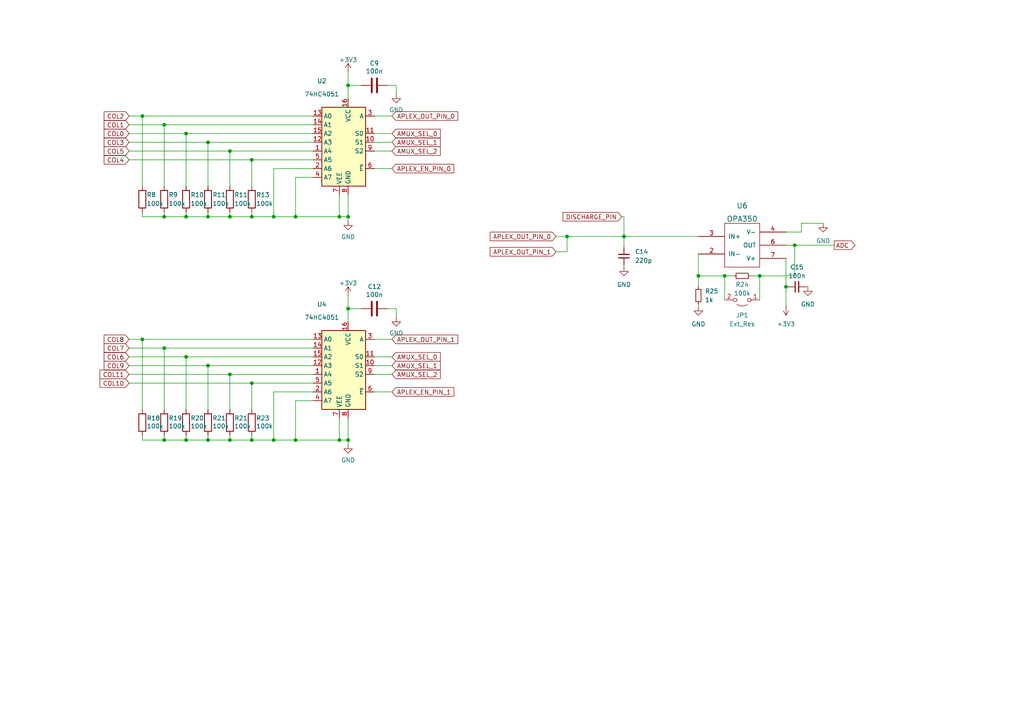
<source format=kicad_sch>
(kicad_sch (version 20230121) (generator eeschema)
  (paper "A4")
  (lib_symbols
    (symbol "74xx:74HC4051"
      (property "Reference" "U" (at -5.08 11.43 0))
      (property "Value" "74HC4051" (at -7.62 -13.97 0))
      (symbol "74HC4051_0_1"
        (rectangle (start -5.08 10.16) (end 7.62 -12.7) (stroke (width 0.254)) (fill (type background)))
      )
      (symbol "74HC4051_1_1"
        (pin passive line (at 10.16 -2.54 180) (length 2.54) (name "A4") (number "1"))
        (pin input line (at -7.62 0 0) (length 2.54) (name "S1") (number "10"))
        (pin input line (at -7.62 2.54 0) (length 2.54) (name "S0") (number "11"))
        (pin passive line (at 10.16 0 180) (length 2.54) (name "A3") (number "12"))
        (pin passive line (at 10.16 7.62 180) (length 2.54) (name "A0") (number "13"))
        (pin passive line (at 10.16 5.08 180) (length 2.54) (name "A1") (number "14"))
        (pin passive line (at 10.16 2.54 180) (length 2.54) (name "A2") (number "15"))
        (pin power_in line (at 0 12.7 270) (length 2.54) (name "VCC") (number "16"))
        (pin passive line (at 10.16 -7.62 180) (length 2.54) (name "A6") (number "2"))
        (pin passive line (at -7.62 7.62 0) (length 2.54) (name "A") (number "3"))
        (pin passive line (at 10.16 -10.16 180) (length 2.54) (name "A7") (number "4"))
        (pin passive line (at 10.16 -5.08 180) (length 2.54) (name "A5") (number "5"))
        (pin input line (at -7.62 -7.62 0) (length 2.54) (name "~{E}") (number "6"))
        (pin power_in line (at 2.54 -15.24 90) (length 2.54) (name "VEE") (number "7"))
        (pin power_in line (at 0 -15.24 90) (length 2.54) (name "GND") (number "8"))
        (pin input line (at -7.62 -2.54 0) (length 2.54) (name "S2") (number "9"))
      )
    )
    (symbol "Device:C" (pin_numbers hide) (pin_names (offset 0.254))
      (property "Reference" "C" (at 0.635 2.54 0))
      (property "Value" "C" (at 0.635 -2.54 0))
      (symbol "C_0_1"
        (polyline (pts (xy -2.032 -0.762) (xy 2.032 -0.762)) (stroke (width 0.508)))
        (polyline (pts (xy -2.032 0.762) (xy 2.032 0.762)) (stroke (width 0.508)))
      )
      (symbol "C_1_1"
        (pin passive line (at 0 3.81 270) (length 2.794) (name "~") (number "1"))
        (pin passive line (at 0 -3.81 90) (length 2.794) (name "~") (number "2"))
      )
    )
    (symbol "Device:C_Small" (pin_numbers hide) (pin_names (offset 0.254) hide)
      (property "Reference" "C" (at 0.254 1.778 0))
      (property "Value" "C_Small" (at 0.254 -2.032 0))
      (symbol "C_Small_0_1"
        (polyline (pts (xy -1.524 -0.508) (xy 1.524 -0.508)) (stroke (width 0.3302)))
        (polyline (pts (xy -1.524 0.508) (xy 1.524 0.508)) (stroke (width 0.3048)))
      )
      (symbol "C_Small_1_1"
        (pin passive line (at 0 2.54 270) (length 2.032) (name "~") (number "1"))
        (pin passive line (at 0 -2.54 90) (length 2.032) (name "~") (number "2"))
      )
    )
    (symbol "Device:R" (pin_numbers hide) (pin_names (offset 0))
      (property "Reference" "R" (at 2.032 0 90))
      (property "Value" "R" (at 0 0 90))
      (symbol "R_0_1"
        (rectangle (start -1.016 -2.54) (end 1.016 2.54) (stroke (width 0.254)))
      )
      (symbol "R_1_1"
        (pin passive line (at 0 3.81 270) (length 1.27) (name "~") (number "1"))
        (pin passive line (at 0 -3.81 90) (length 1.27) (name "~") (number "2"))
      )
    )
    (symbol "Device:R_Small" (pin_numbers hide) (pin_names (offset 0.254) hide)
      (property "Reference" "R" (at 0.762 0.508 0))
      (property "Value" "R_Small" (at 0.762 -1.016 0))
      (symbol "R_Small_0_1"
        (rectangle (start -0.762 1.778) (end 0.762 -1.778) (stroke (width 0.2032)))
      )
      (symbol "R_Small_1_1"
        (pin passive line (at 0 2.54 270) (length 0.762) (name "~") (number "1"))
        (pin passive line (at 0 -2.54 90) (length 0.762) (name "~") (number "2"))
      )
    )
    (symbol "Jumper:Jumper_2_Open" (pin_names (offset 0) hide)
      (property "Reference" "JP" (at 0 2.794 0))
      (property "Value" "Jumper_2_Open" (at 0 -2.286 0))
      (symbol "Jumper_2_Open_0_0"
        (circle (center -2.032 0) (radius 0.508))
        (circle (center 2.032 0) (radius 0.508))
      )
      (symbol "Jumper_2_Open_0_1"
        (arc (start 1.524 1.27) (mid 0 1.778) (end -1.524 1.27))
      )
      (symbol "Jumper_2_Open_1_1"
        (pin passive line (at -5.08 0 0) (length 2.54) (name "A") (number "1"))
        (pin passive line (at 5.08 0 180) (length 2.54) (name "B") (number "2"))
      )
    )
    (symbol "cipulot_parts:OPA350" (pin_names (offset 1.016))
      (property "Reference" "U" (at 8.89 -7.62 0))
      (property "Value" "OPA350" (at 5.08 7.62 0))
      (symbol "OPA350_0_1"
        (rectangle (start 0 -6.35) (end 10.16 6.35))
        (pin input line (at -7.62 2.54 0) (length 7.62) (name "IN-") (number "2"))
        (pin input line (at -7.62 -2.54 0) (length 7.62) (name "IN+") (number "3"))
        (pin input line (at 17.78 -3.81 180) (length 7.62) (name "V-") (number "4"))
        (pin input line (at 17.78 0 180) (length 7.62) (name "OUT") (number "6"))
        (pin input line (at 17.78 3.81 180) (length 7.62) (name "V+") (number "7"))
      )
    )
    (symbol "power:+3.3V" (power) (pin_names (offset 0))
      (property "Value" "+3.3V" (at 0 3.556 0))
      (symbol "+3.3V_0_1"
        (polyline (pts (xy -0.762 1.27) (xy 0 2.54)))
        (polyline (pts (xy 0 0) (xy 0 2.54)))
        (polyline (pts (xy 0 2.54) (xy 0.762 1.27)))
      )
      (symbol "+3.3V_1_1"
        (pin power_in line (at 0 0 90) (length 0) hide (name "+3V3") (number "1"))
      )
    )
    (symbol "power:+3V3" (power) (pin_names (offset 0))
      (property "Value" "+3V3" (at 0 3.556 0))
      (symbol "+3V3_0_1"
        (polyline (pts (xy -0.762 1.27) (xy 0 2.54)))
        (polyline (pts (xy 0 0) (xy 0 2.54)))
        (polyline (pts (xy 0 2.54) (xy 0.762 1.27)))
      )
      (symbol "+3V3_1_1"
        (pin power_in line (at 0 0 90) (length 0) hide (name "+3V3") (number "1"))
      )
    )
    (symbol "power:GND" (power) (pin_names (offset 0))
      (property "Value" "GND" (at 0 -3.81 0))
      (symbol "GND_0_1"
        (polyline (pts (xy 0 0) (xy 0 -1.27) (xy 1.27 -1.27) (xy 0 -2.54) (xy -1.27 -1.27) (xy 0 -1.27)))
      )
      (symbol "GND_1_1"
        (pin power_in line (at 0 0 270) (length 0) hide (name "GND") (number "1"))
      )
    )
  )
  (junction (at 73.025 62.865))
  (junction (at 60.325 127.635))
  (junction (at 73.025 127.635))
  (junction (at 47.625 100.965))
  (junction (at 227.965 83.185))
  (junction (at 66.675 62.865))
  (junction (at 53.975 62.865))
  (junction (at 53.975 127.635))
  (junction (at 66.675 108.585))
  (junction (at 41.275 98.425))
  (junction (at 53.975 38.735))
  (junction (at 60.325 41.275))
  (junction (at 47.625 36.195))
  (junction (at 66.675 43.815))
  (junction (at 85.725 62.865))
  (junction (at 41.275 33.655))
  (junction (at 202.565 80.01))
  (junction (at 53.975 103.505))
  (junction (at 100.965 89.535))
  (junction (at 60.325 106.045))
  (junction (at 220.345 80.01))
  (junction (at 73.025 111.125))
  (junction (at 98.425 62.865))
  (junction (at 60.325 62.865))
  (junction (at 79.375 127.635))
  (junction (at 73.025 46.355))
  (junction (at 230.505 71.12))
  (junction (at 180.975 68.58))
  (junction (at 100.965 24.765))
  (junction (at 66.675 127.635))
  (junction (at 98.425 127.635))
  (junction (at 164.465 68.58))
  (junction (at 47.625 62.865))
  (junction (at 79.375 62.865))
  (junction (at 100.965 127.635))
  (junction (at 210.185 80.01))
  (junction (at 85.725 127.635))
  (junction (at 47.625 127.635))
  (junction (at 100.965 62.865))
  (wire (pts (xy 73.025 127.635) (xy 79.375 127.635)))
  (wire (pts (xy 53.975 127.635) (xy 60.325 127.635)))
  (wire (pts (xy 41.275 61.595) (xy 41.275 62.865)))
  (wire (pts (xy 228.6 83.185) (xy 227.965 83.185)))
  (wire (pts (xy 238.76 64.77) (xy 232.41 64.77)))
  (wire (pts (xy 73.025 111.125) (xy 37.465 111.125)))
  (wire (pts (xy 73.025 126.365) (xy 73.025 127.635)))
  (wire (pts (xy 41.275 127.635) (xy 47.625 127.635)))
  (wire (pts (xy 100.965 85.725) (xy 100.965 89.535)))
  (wire (pts (xy 202.565 80.01) (xy 202.565 83.185)))
  (wire (pts (xy 217.805 80.01) (xy 220.345 80.01)))
  (wire (pts (xy 37.465 43.815) (xy 66.675 43.815)))
  (wire (pts (xy 53.975 62.865) (xy 60.325 62.865)))
  (wire (pts (xy 66.675 43.815) (xy 66.675 53.975)))
  (wire (pts (xy 79.375 127.635) (xy 85.725 127.635)))
  (wire (pts (xy 90.805 111.125) (xy 73.025 111.125)))
  (wire (pts (xy 60.325 106.045) (xy 37.465 106.045)))
  (wire (pts (xy 79.375 113.665) (xy 90.805 113.665)))
  (wire (pts (xy 113.665 48.895) (xy 108.585 48.895)))
  (wire (pts (xy 41.275 53.975) (xy 41.275 33.655)))
  (wire (pts (xy 79.375 48.895) (xy 79.375 62.865)))
  (wire (pts (xy 108.585 43.815) (xy 113.665 43.815)))
  (wire (pts (xy 47.625 36.195) (xy 37.465 36.195)))
  (wire (pts (xy 112.395 89.535) (xy 114.935 89.535)))
  (wire (pts (xy 66.675 127.635) (xy 73.025 127.635)))
  (wire (pts (xy 79.375 48.895) (xy 90.805 48.895)))
  (wire (pts (xy 100.965 121.285) (xy 100.965 127.635)))
  (wire (pts (xy 90.805 108.585) (xy 66.675 108.585)))
  (wire (pts (xy 41.275 33.655) (xy 90.805 33.655)))
  (wire (pts (xy 60.325 127.635) (xy 66.675 127.635)))
  (wire (pts (xy 98.425 56.515) (xy 98.425 62.865)))
  (wire (pts (xy 100.965 128.905) (xy 100.965 127.635)))
  (wire (pts (xy 108.585 103.505) (xy 113.665 103.505)))
  (wire (pts (xy 100.965 24.765) (xy 100.965 28.575)))
  (wire (pts (xy 53.975 61.595) (xy 53.975 62.865)))
  (wire (pts (xy 114.935 89.535) (xy 114.935 92.075)))
  (wire (pts (xy 66.675 108.585) (xy 66.675 118.745)))
  (wire (pts (xy 90.805 36.195) (xy 47.625 36.195)))
  (wire (pts (xy 90.805 116.205) (xy 85.725 116.205)))
  (wire (pts (xy 53.975 118.745) (xy 53.975 103.505)))
  (wire (pts (xy 112.395 24.765) (xy 114.935 24.765)))
  (wire (pts (xy 104.775 24.765) (xy 100.965 24.765)))
  (wire (pts (xy 100.965 89.535) (xy 100.965 93.345)))
  (wire (pts (xy 53.975 126.365) (xy 53.975 127.635)))
  (wire (pts (xy 85.725 116.205) (xy 85.725 127.635)))
  (wire (pts (xy 108.585 41.275) (xy 113.665 41.275)))
  (wire (pts (xy 66.675 126.365) (xy 66.675 127.635)))
  (wire (pts (xy 37.465 108.585) (xy 66.675 108.585)))
  (wire (pts (xy 113.665 98.425) (xy 108.585 98.425)))
  (wire (pts (xy 104.775 89.535) (xy 100.965 89.535)))
  (wire (pts (xy 73.025 62.865) (xy 79.375 62.865)))
  (wire (pts (xy 210.185 80.01) (xy 210.185 86.995)))
  (wire (pts (xy 79.375 62.865) (xy 85.725 62.865)))
  (wire (pts (xy 60.325 41.275) (xy 37.465 41.275)))
  (wire (pts (xy 227.965 71.12) (xy 230.505 71.12)))
  (wire (pts (xy 90.805 38.735) (xy 53.975 38.735)))
  (wire (pts (xy 79.375 113.665) (xy 79.375 127.635)))
  (wire (pts (xy 90.805 41.275) (xy 60.325 41.275)))
  (wire (pts (xy 66.675 62.865) (xy 73.025 62.865)))
  (wire (pts (xy 85.725 62.865) (xy 98.425 62.865)))
  (wire (pts (xy 180.975 71.755) (xy 180.975 68.58)))
  (wire (pts (xy 90.805 100.965) (xy 47.625 100.965)))
  (wire (pts (xy 90.805 103.505) (xy 53.975 103.505)))
  (wire (pts (xy 73.025 53.975) (xy 73.025 46.355)))
  (wire (pts (xy 227.965 83.185) (xy 227.965 88.9)))
  (wire (pts (xy 90.805 43.815) (xy 66.675 43.815)))
  (wire (pts (xy 230.505 80.01) (xy 220.345 80.01)))
  (wire (pts (xy 90.805 106.045) (xy 60.325 106.045)))
  (wire (pts (xy 108.585 38.735) (xy 113.665 38.735)))
  (wire (pts (xy 164.465 68.58) (xy 180.975 68.58)))
  (wire (pts (xy 220.345 80.01) (xy 220.345 86.995)))
  (wire (pts (xy 41.275 126.365) (xy 41.275 127.635)))
  (wire (pts (xy 41.275 98.425) (xy 90.805 98.425)))
  (wire (pts (xy 47.625 100.965) (xy 37.465 100.965)))
  (wire (pts (xy 98.425 121.285) (xy 98.425 127.635)))
  (wire (pts (xy 233.68 83.185) (xy 234.315 83.185)))
  (wire (pts (xy 232.41 67.31) (xy 232.41 64.77)))
  (wire (pts (xy 47.625 62.865) (xy 53.975 62.865)))
  (wire (pts (xy 100.965 56.515) (xy 100.965 62.865)))
  (wire (pts (xy 180.975 68.58) (xy 202.565 68.58)))
  (wire (pts (xy 60.325 126.365) (xy 60.325 127.635)))
  (wire (pts (xy 85.725 127.635) (xy 98.425 127.635)))
  (wire (pts (xy 100.965 20.955) (xy 100.965 24.765)))
  (wire (pts (xy 227.965 67.31) (xy 232.41 67.31)))
  (wire (pts (xy 202.565 73.66) (xy 202.565 80.01)))
  (wire (pts (xy 37.465 33.655) (xy 41.275 33.655)))
  (wire (pts (xy 41.275 62.865) (xy 47.625 62.865)))
  (wire (pts (xy 180.34 62.865) (xy 180.975 62.865)))
  (wire (pts (xy 73.025 46.355) (xy 37.465 46.355)))
  (wire (pts (xy 230.505 71.12) (xy 241.935 71.12)))
  (wire (pts (xy 230.505 71.12) (xy 230.505 80.01)))
  (wire (pts (xy 114.935 24.765) (xy 114.935 27.305)))
  (wire (pts (xy 108.585 108.585) (xy 113.665 108.585)))
  (wire (pts (xy 108.585 106.045) (xy 113.665 106.045)))
  (wire (pts (xy 41.275 118.745) (xy 41.275 98.425)))
  (wire (pts (xy 47.625 127.635) (xy 53.975 127.635)))
  (wire (pts (xy 90.805 46.355) (xy 73.025 46.355)))
  (wire (pts (xy 98.425 62.865) (xy 100.965 62.865)))
  (wire (pts (xy 164.465 73.025) (xy 164.465 68.58)))
  (wire (pts (xy 47.625 126.365) (xy 47.625 127.635)))
  (wire (pts (xy 37.465 98.425) (xy 41.275 98.425)))
  (wire (pts (xy 90.805 51.435) (xy 85.725 51.435)))
  (wire (pts (xy 47.625 53.975) (xy 47.625 36.195)))
  (wire (pts (xy 53.975 103.505) (xy 37.465 103.505)))
  (wire (pts (xy 60.325 41.275) (xy 60.325 53.975)))
  (wire (pts (xy 210.185 80.01) (xy 212.725 80.01)))
  (wire (pts (xy 180.975 62.865) (xy 180.975 68.58)))
  (wire (pts (xy 60.325 62.865) (xy 66.675 62.865)))
  (wire (pts (xy 161.29 73.025) (xy 164.465 73.025)))
  (wire (pts (xy 60.325 106.045) (xy 60.325 118.745)))
  (wire (pts (xy 100.965 64.135) (xy 100.965 62.865)))
  (wire (pts (xy 73.025 118.745) (xy 73.025 111.125)))
  (wire (pts (xy 66.675 61.595) (xy 66.675 62.865)))
  (wire (pts (xy 210.185 80.01) (xy 202.565 80.01)))
  (wire (pts (xy 47.625 118.745) (xy 47.625 100.965)))
  (wire (pts (xy 227.965 74.93) (xy 227.965 83.185)))
  (wire (pts (xy 73.025 61.595) (xy 73.025 62.865)))
  (wire (pts (xy 47.625 61.595) (xy 47.625 62.865)))
  (wire (pts (xy 113.665 33.655) (xy 108.585 33.655)))
  (wire (pts (xy 85.725 51.435) (xy 85.725 62.865)))
  (wire (pts (xy 53.975 53.975) (xy 53.975 38.735)))
  (wire (pts (xy 53.975 38.735) (xy 37.465 38.735)))
  (wire (pts (xy 202.565 88.265) (xy 202.565 88.9)))
  (wire (pts (xy 98.425 127.635) (xy 100.965 127.635)))
  (wire (pts (xy 161.29 68.58) (xy 164.465 68.58)))
  (wire (pts (xy 113.665 113.665) (xy 108.585 113.665)))
  (wire (pts (xy 60.325 61.595) (xy 60.325 62.865)))
  (wire (pts (xy 180.975 76.835) (xy 180.975 77.47)))
  (global_label "DISCHARGE_PIN" (shape input) (at 180.34 62.865 180) (property "Intersheetrefs" "${INTERSHEET_REFS}" (effects hide)))
  (global_label "AMUX_SEL_0" (shape input) (at 113.665 38.735 0) (property "Intersheetrefs" "${INTERSHEET_REFS}" (effects hide)))
  (global_label "COL1" (shape input) (at 37.465 36.195 180) (property "Intersheetrefs" "${INTERSHEET_REFS}" (effects hide)))
  (global_label "COL10" (shape input) (at 37.465 111.125 180) (property "Intersheetrefs" "${INTERSHEET_REFS}" (effects hide)))
  (global_label "AMUX_SEL_1" (shape input) (at 113.665 41.275 0) (property "Intersheetrefs" "${INTERSHEET_REFS}" (effects hide)))
  (global_label "COL7" (shape input) (at 37.465 100.965 180) (property "Intersheetrefs" "${INTERSHEET_REFS}" (effects hide)))
  (global_label "AMUX_SEL_2" (shape input) (at 113.665 108.585 0) (property "Intersheetrefs" "${INTERSHEET_REFS}" (effects hide)))
  (global_label "APLEX_EN_PIN_1" (shape input) (at 113.665 113.665 0) (property "Intersheetrefs" "${INTERSHEET_REFS}" (effects hide)))
  (global_label "COL8" (shape input) (at 37.465 98.425 180) (property "Intersheetrefs" "${INTERSHEET_REFS}" (effects hide)))
  (global_label "COL3" (shape input) (at 37.465 41.275 180) (property "Intersheetrefs" "${INTERSHEET_REFS}" (effects hide)))
  (global_label "COL4" (shape input) (at 37.465 46.355 180) (property "Intersheetrefs" "${INTERSHEET_REFS}" (effects hide)))
  (global_label "APLEX_OUT_PIN_0" (shape input) (at 113.665 33.655 0) (property "Intersheetrefs" "${INTERSHEET_REFS}" (effects hide)))
  (global_label "COL2" (shape input) (at 37.465 33.655 180) (property "Intersheetrefs" "${INTERSHEET_REFS}" (effects hide)))
  (global_label "COL11" (shape input) (at 37.465 108.585 180) (property "Intersheetrefs" "${INTERSHEET_REFS}" (effects hide)))
  (global_label "COL6" (shape input) (at 37.465 103.505 180) (property "Intersheetrefs" "${INTERSHEET_REFS}" (effects hide)))
  (global_label "APLEX_EN_PIN_0" (shape input) (at 113.665 48.895 0) (property "Intersheetrefs" "${INTERSHEET_REFS}" (effects hide)))
  (global_label "COL9" (shape input) (at 37.465 106.045 180) (property "Intersheetrefs" "${INTERSHEET_REFS}" (effects hide)))
  (global_label "COL5" (shape input) (at 37.465 43.815 180) (property "Intersheetrefs" "${INTERSHEET_REFS}" (effects hide)))
  (global_label "AMUX_SEL_0" (shape input) (at 113.665 103.505 0) (property "Intersheetrefs" "${INTERSHEET_REFS}" (effects hide)))
  (global_label "ADC" (shape output) (at 241.935 71.12 0) (property "Intersheetrefs" "${INTERSHEET_REFS}" (effects hide)))
  (global_label "APLEX_OUT_PIN_1" (shape input) (at 161.29 73.025 180) (property "Intersheetrefs" "${INTERSHEET_REFS}" (effects hide)))
  (global_label "AMUX_SEL_1" (shape input) (at 113.665 106.045 0) (property "Intersheetrefs" "${INTERSHEET_REFS}" (effects hide)))
  (global_label "APLEX_OUT_PIN_0" (shape input) (at 161.29 68.58 180) (property "Intersheetrefs" "${INTERSHEET_REFS}" (effects hide)))
  (global_label "AMUX_SEL_2" (shape input) (at 113.665 43.815 0) (property "Intersheetrefs" "${INTERSHEET_REFS}" (effects hide)))
  (global_label "COL0" (shape input) (at 37.465 38.735 180) (property "Intersheetrefs" "${INTERSHEET_REFS}" (effects hide)))
  (global_label "APLEX_OUT_PIN_1" (shape input) (at 113.665 98.425 0) (property "Intersheetrefs" "${INTERSHEET_REFS}" (effects hide)))
  (symbol (lib_id "power:GND") (at 202.565 88.9 0) (unit 1)
    (property "Reference" "#PWR046" (effects hide))
    (property "Value" "GND" (at 202.565 93.98 0))
    (instances (project "oceanographer EC" (path "" (reference "#PWR046") (unit 1))) (project "Analog" (path "" (reference "#PWR0141") (unit 1))) (project "travaulta" (path "" (reference "#PWR0141") (unit 1))))
  )
  (symbol (lib_id "Device:R") (at 66.675 122.555 0) (unit 1)
    (property "Reference" "R21" (at 67.945 121.285 0) (effects (justify left)))
    (property "Value" "100k" (at 67.945 123.5964 0) (effects (justify left)))
    (property "Footprint" "Resistor_SMD:R_0402_1005Metric" (effects hide))
    (property "LCSC" "C25741" (effects hide))
    (instances (project "analog" (path "" (reference "R21") (unit 1))) (project "oceanographer EC" (path "" (reference "R26") (unit 1))) (project "analog" (path "" (reference "R21") (unit 1))) (project "pandemonium EC 2 Layer" (path "" (reference "R27") (unit 1))))
  )
  (symbol (lib_id "power:GND") (at 114.935 27.305 0) (unit 1)
    (property "Reference" "#PWR034" (effects hide))
    (property "Value" "GND" (at 114.935 31.8675 0))
    (instances (project "analog" (path "" (reference "#PWR034") (unit 1))) (project "oceanographer EC" (path "" (reference "#PWR034") (unit 1))) (project "analog" (path "" (reference "#PWR034") (unit 1))) (project "pandemonium EC 2 Layer" (path "" (reference "#PWR039") (unit 1))))
  )
  (symbol (lib_id "power:+3.3V") (at 100.965 85.725 0) (unit 1)
    (property "Reference" "#PWR038" (effects hide))
    (property "Value" "+3.3V" (at 100.965 82.1205 0))
    (instances (project "analog" (path "" (reference "#PWR038") (unit 1))) (project "oceanographer EC" (path "" (reference "#PWR040") (unit 1))) (project "analog" (path "" (reference "#PWR038") (unit 1))) (project "pandemonium EC 2 Layer" (path "" (reference "#PWR041") (unit 1))))
  )
  (symbol (lib_id "Device:R") (at 66.675 57.785 0) (unit 1)
    (property "Reference" "R11" (at 67.945 56.515 0) (effects (justify left)))
    (property "Value" "100k" (at 67.945 59.055 0) (effects (justify left)))
    (property "Footprint" "Resistor_SMD:R_0402_1005Metric" (effects hide))
    (property "LCSC" "C25741" (effects hide))
    (instances (project "analog" (path "" (reference "R11") (unit 1))) (project "oceanographer EC" (path "" (reference "R18") (unit 1))) (project "analog" (path "" (reference "R11") (unit 1))) (project "pandemonium EC 2 Layer" (path "" (reference "R19") (unit 1))))
  )
  (symbol (lib_id "Device:R") (at 60.325 57.785 0) (unit 1)
    (property "Reference" "R11" (at 61.595 56.515 0) (effects (justify left)))
    (property "Value" "100k" (at 61.595 59.055 0) (effects (justify left)))
    (property "Footprint" "Resistor_SMD:R_0402_1005Metric" (effects hide))
    (property "LCSC" "C25741" (effects hide))
    (instances (project "analog" (path "" (reference "R11") (unit 1))) (project "oceanographer EC" (path "" (reference "R14") (unit 1))) (project "analog" (path "" (reference "R11") (unit 1))) (project "pandemonium EC 2 Layer" (path "" (reference "R19") (unit 1))))
  )
  (symbol (lib_id "power:+3V3") (at 227.965 88.9 180) (unit 1)
    (property "Reference" "#PWR047" (effects hide))
    (property "Value" "+3V3" (at 227.965 93.98 0))
    (instances (project "oceanographer EC" (path "" (reference "#PWR047") (unit 1))) (project "Analog" (path "" (reference "#PWR0143") (unit 1))) (project "travaulta" (path "" (reference "#PWR0143") (unit 1))))
  )
  (symbol (lib_id "power:GND") (at 238.76 64.77 0) (unit 1)
    (property "Reference" "#PWR043" (effects hide))
    (property "Value" "GND" (at 238.76 69.85 0))
    (instances (project "oceanographer EC" (path "" (reference "#PWR043") (unit 1))) (project "Analog" (path "" (reference "#PWR0140") (unit 1))) (project "travaulta" (path "" (reference "#PWR0140") (unit 1))))
  )
  (symbol (lib_id "Device:R") (at 60.325 122.555 0) (unit 1)
    (property "Reference" "R21" (at 61.595 121.285 0) (effects (justify left)))
    (property "Value" "100k" (at 61.595 123.5964 0) (effects (justify left)))
    (property "Footprint" "Resistor_SMD:R_0402_1005Metric" (effects hide))
    (property "LCSC" "C25741" (effects hide))
    (instances (project "analog" (path "" (reference "R21") (unit 1))) (project "oceanographer EC" (path "" (reference "R22") (unit 1))) (project "analog" (path "" (reference "R21") (unit 1))) (project "pandemonium EC 2 Layer" (path "" (reference "R27") (unit 1))))
  )
  (symbol (lib_id "power:GND") (at 100.965 64.135 0) (unit 1)
    (property "Reference" "#PWR036" (effects hide))
    (property "Value" "GND" (at 100.965 68.6975 0))
    (instances (project "analog" (path "" (reference "#PWR036") (unit 1))) (project "oceanographer EC" (path "" (reference "#PWR038") (unit 1))) (project "analog" (path "" (reference "#PWR036") (unit 1))) (project "pandemonium EC 2 Layer" (path "" (reference "#PWR040") (unit 1))))
  )
  (symbol (lib_id "power:GND") (at 180.975 77.47 0) (unit 1)
    (property "Reference" "#PWR044" (effects hide))
    (property "Value" "GND" (at 180.975 82.55 0))
    (instances (project "oceanographer EC" (path "" (reference "#PWR044") (unit 1))) (project "Analog" (path "" (reference "#PWR0148") (unit 1))) (project "travaulta" (path "" (reference "#PWR0148") (unit 1))))
  )
  (symbol (lib_id "power:+3.3V") (at 100.965 20.955 0) (unit 1)
    (property "Reference" "#PWR033" (effects hide))
    (property "Value" "+3.3V" (at 100.965 17.3505 0))
    (instances (project "analog" (path "" (reference "#PWR033") (unit 1))) (project "oceanographer EC" (path "" (reference "#PWR032") (unit 1))) (project "analog" (path "" (reference "#PWR033") (unit 1))) (project "pandemonium EC 2 Layer" (path "" (reference "#PWR038") (unit 1))))
  )
  (symbol (lib_id "74xx:74HC4051") (at 100.965 106.045 0) (mirror y) (unit 1)
    (property "Reference" "U4" (at 93.345 88.265 0))
    (property "Value" "74HC4051" (at 93.345 92.075 0))
    (property "Footprint" "cipulot_parts:TSSOP16" (effects hide))
    (property "Datasheet" "http://www.ti.com/lit/ds/symlink/cd74hc4051.pdf" (effects hide))
    (property "LCSC" "C5645" (effects hide))
    (instances (project "analog" (path "" (reference "U4") (unit 1))) (project "oceanographer EC" (path "" (reference "U5") (unit 1))) (project "analog" (path "" (reference "U4") (unit 1))) (project "pandemonium EC 2 Layer" (path "" (reference "U7") (unit 1))))
  )
  (symbol (lib_id "Device:R") (at 41.275 57.785 0) (unit 1)
    (property "Reference" "R8" (at 42.545 56.515 0) (effects (justify left)))
    (property "Value" "100k" (at 42.545 59.055 0) (effects (justify left)))
    (property "Footprint" "Resistor_SMD:R_0402_1005Metric" (effects hide))
    (property "LCSC" "C25741" (effects hide))
    (instances (project "analog" (path "" (reference "R8") (unit 1))) (project "oceanographer EC" (path "" (reference "R11") (unit 1))) (project "analog" (path "" (reference "R8") (unit 1))) (project "pandemonium EC 2 Layer" (path "" (reference "R16") (unit 1))))
  )
  (symbol (lib_id "Device:R") (at 73.025 122.555 0) (unit 1)
    (property "Reference" "R23" (at 74.295 121.285 0) (effects (justify left)))
    (property "Value" "100k" (at 74.295 123.5964 0) (effects (justify left)))
    (property "Footprint" "Resistor_SMD:R_0402_1005Metric" (effects hide))
    (property "LCSC" "C25741" (effects hide))
    (instances (project "analog" (path "" (reference "R23") (unit 1))) (project "oceanographer EC" (path "" (reference "R23") (unit 1))) (project "analog" (path "" (reference "R23") (unit 1))) (project "pandemonium EC 2 Layer" (path "" (reference "R28") (unit 1))))
  )
  (symbol (lib_id "74xx:74HC4051") (at 100.965 41.275 0) (mirror y) (unit 1)
    (property "Reference" "U2" (at 93.345 23.495 0))
    (property "Value" "74HC4051" (at 93.345 27.305 0))
    (property "Footprint" "cipulot_parts:TSSOP16" (effects hide))
    (property "Datasheet" "http://www.ti.com/lit/ds/symlink/cd74hc4051.pdf" (effects hide))
    (property "LCSC" "C5645" (effects hide))
    (instances (project "analog" (path "" (reference "U2") (unit 1))) (project "oceanographer EC" (path "" (reference "U3") (unit 1))) (project "analog" (path "" (reference "U2") (unit 1))) (project "pandemonium EC 2 Layer" (path "" (reference "U6") (unit 1))))
  )
  (symbol (lib_id "Device:R") (at 41.275 122.555 0) (unit 1)
    (property "Reference" "R18" (at 42.545 121.285 0) (effects (justify left)))
    (property "Value" "100k" (at 42.545 123.5964 0) (effects (justify left)))
    (property "Footprint" "Resistor_SMD:R_0402_1005Metric" (effects hide))
    (property "LCSC" "C25741" (effects hide))
    (instances (project "analog" (path "" (reference "R18") (unit 1))) (project "oceanographer EC" (path "" (reference "R19") (unit 1))) (project "analog" (path "" (reference "R18") (unit 1))) (project "pandemonium EC 2 Layer" (path "" (reference "R24") (unit 1))))
  )
  (symbol (lib_id "power:GND") (at 114.935 92.075 0) (unit 1)
    (property "Reference" "#PWR040" (effects hide))
    (property "Value" "GND" (at 114.935 96.6375 0))
    (instances (project "analog" (path "" (reference "#PWR040") (unit 1))) (project "oceanographer EC" (path "" (reference "#PWR041") (unit 1))) (project "analog" (path "" (reference "#PWR040") (unit 1))) (project "pandemonium EC 2 Layer" (path "" (reference "#PWR042") (unit 1))))
  )
  (symbol (lib_id "Device:R") (at 53.975 57.785 0) (unit 1)
    (property "Reference" "R10" (at 55.245 56.515 0) (effects (justify left)))
    (property "Value" "100k" (at 55.245 59.055 0) (effects (justify left)))
    (property "Footprint" "Resistor_SMD:R_0402_1005Metric" (effects hide))
    (property "LCSC" "C25741" (effects hide))
    (instances (project "analog" (path "" (reference "R10") (unit 1))) (project "oceanographer EC" (path "" (reference "R13") (unit 1))) (project "analog" (path "" (reference "R10") (unit 1))) (project "pandemonium EC 2 Layer" (path "" (reference "R18") (unit 1))))
  )
  (symbol (lib_id "Jumper:Jumper_2_Open") (at 215.265 86.995 180) (unit 1)
    (property "Reference" "JP1" (at 215.265 91.4431 0))
    (property "Value" "Ext_Res" (at 215.265 93.98 0))
    (property "Footprint" "Resistor_SMD:R_0603_1608Metric_Pad0.98x0.95mm_HandSolder" (effects hide))
  )
  (symbol (lib_id "Device:R") (at 47.625 57.785 0) (unit 1)
    (property "Reference" "R9" (at 48.895 56.515 0) (effects (justify left)))
    (property "Value" "100k" (at 48.895 59.055 0) (effects (justify left)))
    (property "Footprint" "Resistor_SMD:R_0402_1005Metric" (effects hide))
    (property "LCSC" "C25741" (effects hide))
    (instances (project "analog" (path "" (reference "R9") (unit 1))) (project "oceanographer EC" (path "" (reference "R12") (unit 1))) (project "analog" (path "" (reference "R9") (unit 1))) (project "pandemonium EC 2 Layer" (path "" (reference "R17") (unit 1))))
  )
  (symbol (lib_id "power:GND") (at 234.315 83.185 0) (unit 1)
    (property "Reference" "#PWR045" (effects hide))
    (property "Value" "GND" (at 234.315 88.265 0))
    (instances (project "oceanographer EC" (path "" (reference "#PWR045") (unit 1))) (project "Analog" (path "" (reference "#PWR0142") (unit 1))) (project "travaulta" (path "" (reference "#PWR0142") (unit 1))))
  )
  (symbol (lib_id "Device:C") (at 108.585 89.535 270) (unit 1)
    (property "Reference" "C12" (at 108.585 83.1342 90))
    (property "Value" "100n" (at 108.585 85.4456 90))
    (property "Footprint" "Capacitor_SMD:C_0402_1005Metric" (effects hide))
    (property "LCSC" "C307331" (effects hide))
    (instances (project "analog" (path "" (reference "C12") (unit 1))) (project "oceanographer EC" (path "" (reference "C13") (unit 1))) (project "analog" (path "" (reference "C12") (unit 1))) (project "pandemonium EC 2 Layer" (path "" (reference "C32") (unit 1))))
  )
  (symbol (lib_id "power:GND") (at 100.965 128.905 0) (unit 1)
    (property "Reference" "#PWR043" (effects hide))
    (property "Value" "GND" (at 100.965 133.4675 0))
    (instances (project "analog" (path "" (reference "#PWR043") (unit 1))) (project "oceanographer EC" (path "" (reference "#PWR042") (unit 1))) (project "analog" (path "" (reference "#PWR043") (unit 1))) (project "pandemonium EC 2 Layer" (path "" (reference "#PWR043") (unit 1))))
  )
  (symbol (lib_id "Device:R") (at 53.975 122.555 0) (unit 1)
    (property "Reference" "R20" (at 55.245 121.285 0) (effects (justify left)))
    (property "Value" "100k" (at 55.245 123.5964 0) (effects (justify left)))
    (property "Footprint" "Resistor_SMD:R_0402_1005Metric" (effects hide))
    (property "LCSC" "C25741" (effects hide))
    (instances (project "analog" (path "" (reference "R20") (unit 1))) (project "oceanographer EC" (path "" (reference "R21") (unit 1))) (project "analog" (path "" (reference "R20") (unit 1))) (project "pandemonium EC 2 Layer" (path "" (reference "R26") (unit 1))))
  )
  (symbol (lib_id "Device:R") (at 73.025 57.785 0) (unit 1)
    (property "Reference" "R13" (at 74.295 56.515 0) (effects (justify left)))
    (property "Value" "100k" (at 74.295 59.055 0) (effects (justify left)))
    (property "Footprint" "Resistor_SMD:R_0402_1005Metric" (effects hide))
    (property "LCSC" "C25741" (effects hide))
    (instances (project "analog" (path "" (reference "R13") (unit 1))) (project "oceanographer EC" (path "" (reference "R15") (unit 1))) (project "analog" (path "" (reference "R13") (unit 1))) (project "pandemonium EC 2 Layer" (path "" (reference "R21") (unit 1))))
  )
  (symbol (lib_id "Device:R") (at 47.625 122.555 0) (unit 1)
    (property "Reference" "R19" (at 48.895 121.285 0) (effects (justify left)))
    (property "Value" "100k" (at 48.895 123.5964 0) (effects (justify left)))
    (property "Footprint" "Resistor_SMD:R_0402_1005Metric" (effects hide))
    (property "LCSC" "C25741" (effects hide))
    (instances (project "analog" (path "" (reference "R19") (unit 1))) (project "oceanographer EC" (path "" (reference "R20") (unit 1))) (project "analog" (path "" (reference "R19") (unit 1))) (project "pandemonium EC 2 Layer" (path "" (reference "R25") (unit 1))))
  )
  (symbol (lib_id "cipulot_parts:OPA350") (at 210.185 71.12 0) (mirror x) (unit 1)
    (property "Reference" "U6" (at 215.265 59.69 0) (effects (font (size 1.524 1.524))))
    (property "Value" "OPA350" (at 215.265 63.5 0) (effects (font (size 1.524 1.524))))
    (property "Footprint" "Package_SO:SOIC-8_3.9x4.9mm_P1.27mm" (effects hide))
    (instances (project "oceanographer EC" (path "" (reference "U6") (unit 1))) (project "Analog" (path "" (reference "U5") (unit 1))) (project "travaulta" (path "" (reference "U5") (unit 1))))
  )
  (symbol (lib_id "Device:C_Small") (at 180.975 74.295 180) (unit 1)
    (property "Reference" "C14" (at 184.15 73.0185 0) (effects (justify right)))
    (property "Value" "220p" (at 184.15 75.5585 0) (effects (justify right)))
    (property "Footprint" "Capacitor_SMD:C_0402_1005Metric" (effects hide))
  )
  (symbol (lib_id "Device:R_Small") (at 202.565 85.725 0) (unit 1)
    (property "Reference" "R25" (at 204.47 84.4549 0) (effects (justify left)))
    (property "Value" "1k" (at 204.47 86.9949 0) (effects (justify left)))
    (property "Footprint" "Resistor_SMD:R_0402_1005Metric" (effects hide))
    (instances (project "oceanographer EC" (path "" (reference "R25") (unit 1))) (project "Analog" (path "" (reference "R23") (unit 1))) (project "travaulta" (path "" (reference "R23") (unit 1))))
  )
  (symbol (lib_id "Device:R_Small") (at 215.265 80.01 90) (unit 1)
    (property "Reference" "R24" (at 215.265 82.55 90))
    (property "Value" "100k" (at 215.265 85.09 90))
    (property "Footprint" "Resistor_SMD:R_0402_1005Metric" (effects hide))
    (instances (project "oceanographer EC" (path "" (reference "R24") (unit 1))) (project "Analog" (path "" (reference "R21") (unit 1))) (project "travaulta" (path "" (reference "R21") (unit 1))))
  )
  (symbol (lib_id "Device:C_Small") (at 231.14 83.185 90) (unit 1)
    (property "Reference" "C15" (at 231.1463 77.47 90))
    (property "Value" "100n" (at 231.1463 80.01 90))
    (property "Footprint" "Capacitor_SMD:C_0402_1005Metric" (effects hide))
  )
  (symbol (lib_id "Device:C") (at 108.585 24.765 270) (unit 1)
    (property "Reference" "C9" (at 108.585 18.3642 90))
    (property "Value" "100n" (at 108.585 20.6756 90))
    (property "Footprint" "Capacitor_SMD:C_0402_1005Metric" (effects hide))
    (property "LCSC" "C307331" (effects hide))
    (instances (project "analog" (path "" (reference "C9") (unit 1))) (project "oceanographer EC" (path "" (reference "C10") (unit 1))) (project "analog" (path "" (reference "C9") (unit 1))) (project "pandemonium EC 2 Layer" (path "" (reference "C31") (unit 1))))
  )
)
</source>
